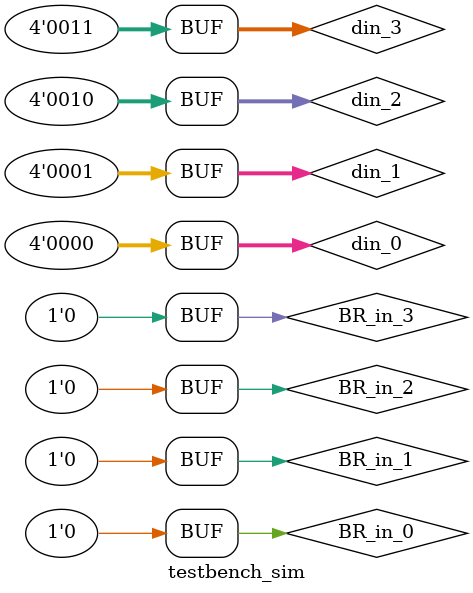
<source format=v>
`timescale 1ns / 1ps


module testbench_sim();
reg [3:0]din_0, din_1, din_2, din_3;
reg BR_in_0, BR_in_1, BR_in_2, BR_in_3;
wire [3:0] dbus_out;
wire BG,BG_0,BG_1,BG_2,BG_3,BS_0,BS_1,BS_2,BS_3,BR_0,BR_1,BR_2,BR_3;
top_link ut0(
    .din_0(din_0), 
    .din_1(din_1), 
    .din_2(din_2), 
    .din_3(din_3), 
    .BR_in_0(BR_in_0), 
    .BR_in_1(BR_in_1), 
    .BR_in_2(BR_in_2), 
    .BR_in_3(BR_in_3),
    .dbus_out(dbus_out),
    .BG(BG),
    .BG_0(BG_0),
    .BG_1(BG_1),
    .BG_2(BG_2),
    .BG_3(BG_3),
    .BS_0(BS_0),
    .BS_1(BS_1),
    .BS_2(BS_2),
    .BS_3(BS_3),
    .BR_0(BR_0),
    .BR_1(BR_1),
    .BR_2(BR_2),
    .BR_3(BR_3)
    ); 

initial begin
    #10 din_0 = 4'b0000;
        din_1 = 4'b0001;
        din_2 = 4'b0010;
        din_3 = 4'b0011;
        
    #50 BR_in_0 = 0;
        BR_in_1 = 0;
        BR_in_2 = 1;
        BR_in_3 = 1;
    #50 BR_in_2 = 0;
    #50 BR_in_3 = 0; 
       
    #50 BR_in_0 = 0;
        BR_in_1 = 1;
        BR_in_2 = 1;
        BR_in_3 = 0;
    #50 BR_in_1 = 0;    
    #50 BR_in_2 = 0;
//    #50 BR_in_2 = 0;
//    #50 BR_in_3 = 0;
    
    #50 BR_in_0 = 0;
        BR_in_1 = 1;
        BR_in_2 = 0;
        BR_in_3 = 1;
    #50 BR_in_1 = 0;
    #50 BR_in_3 = 0;

        
end
endmodule

</source>
